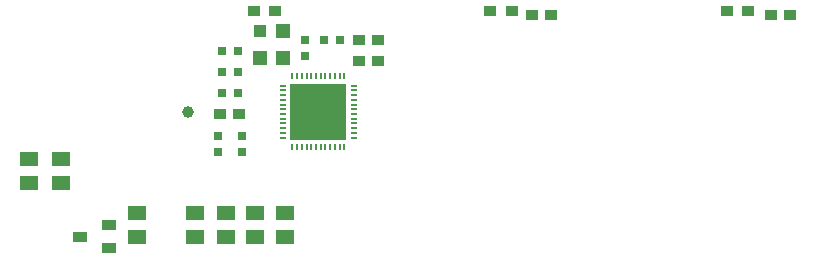
<source format=gbp>
G04 Layer_Color=128*
%FSLAX44Y44*%
%MOMM*%
G71*
G01*
G75*
%ADD10R,0.7500X0.8000*%
%ADD11R,0.8000X0.7500*%
%ADD12R,1.0000X0.9500*%
%ADD13R,1.6002X1.2700*%
%ADD29C,1.0000*%
%ADD30O,0.6500X0.2000*%
%ADD31O,0.2000X0.6500*%
%ADD32R,4.7000X4.7000*%
%ADD33R,1.3000X1.3000*%
%ADD34R,1.0000X1.0000*%
%ADD35R,1.2000X0.8500*%
%ADD36R,1.0000X0.8128*%
D10*
X-268370Y66040D02*
D03*
X-254870D02*
D03*
X-268370Y83820D02*
D03*
X-254870D02*
D03*
X-268370Y101600D02*
D03*
X-254870D02*
D03*
X-168364Y110490D02*
D03*
X-181864D02*
D03*
D11*
X-271780Y16110D02*
D03*
Y29610D02*
D03*
X-251460D02*
D03*
Y16110D02*
D03*
X-198120Y97390D02*
D03*
Y110890D02*
D03*
D12*
X-253620Y48260D02*
D03*
X-269620D02*
D03*
X-136398Y93218D02*
D03*
X-152398D02*
D03*
Y110490D02*
D03*
X-136398D02*
D03*
X196724Y132080D02*
D03*
X212724D02*
D03*
X10032Y131572D02*
D03*
X-5968D02*
D03*
D13*
X-215138Y-55880D02*
D03*
Y-35560D02*
D03*
X-240030Y-35560D02*
D03*
Y-55880D02*
D03*
X-265176Y-55880D02*
D03*
Y-35560D02*
D03*
X-431800Y10160D02*
D03*
Y-10160D02*
D03*
X-404622Y9906D02*
D03*
Y-10414D02*
D03*
X-340360Y-35560D02*
D03*
Y-55880D02*
D03*
X-291338Y-56134D02*
D03*
Y-35814D02*
D03*
D29*
X-296926Y49784D02*
D03*
D30*
X-156440Y72038D02*
D03*
Y68038D02*
D03*
Y64038D02*
D03*
Y60038D02*
D03*
Y56038D02*
D03*
Y52038D02*
D03*
Y48038D02*
D03*
Y44038D02*
D03*
Y40038D02*
D03*
Y36038D02*
D03*
Y32038D02*
D03*
Y28038D02*
D03*
X-216940D02*
D03*
Y32038D02*
D03*
Y36038D02*
D03*
Y40038D02*
D03*
Y44038D02*
D03*
Y48038D02*
D03*
Y52038D02*
D03*
Y56038D02*
D03*
Y60038D02*
D03*
Y64038D02*
D03*
Y68038D02*
D03*
Y72038D02*
D03*
D31*
X-164690Y19788D02*
D03*
X-168690D02*
D03*
X-172690D02*
D03*
X-176690D02*
D03*
X-180690D02*
D03*
X-184690D02*
D03*
X-188690D02*
D03*
X-192690D02*
D03*
X-196690D02*
D03*
X-200690D02*
D03*
X-204690D02*
D03*
X-208690D02*
D03*
Y80288D02*
D03*
X-204690D02*
D03*
X-200690D02*
D03*
X-196690D02*
D03*
X-192690D02*
D03*
X-188690D02*
D03*
X-184690D02*
D03*
X-180690D02*
D03*
X-176690D02*
D03*
X-172690D02*
D03*
X-168690D02*
D03*
X-164690D02*
D03*
D32*
X-186690Y50038D02*
D03*
D33*
X-236220Y95250D02*
D03*
X-216520D02*
D03*
Y118250D02*
D03*
D34*
X-236220D02*
D03*
D35*
X-388620Y-55880D02*
D03*
X-363674Y-65278D02*
D03*
X-363620Y-46380D02*
D03*
D36*
X-23164Y135140D02*
D03*
X-41164D02*
D03*
X-241130Y135284D02*
D03*
X-223130D02*
D03*
X176920D02*
D03*
X158920D02*
D03*
M02*

</source>
